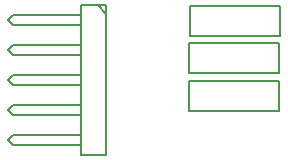
<source format=gto>
G04*
G04 #@! TF.GenerationSoftware,Altium Limited,Altium Designer,19.1.5 (86)*
G04*
G04 Layer_Color=65535*
%FSLAX25Y25*%
%MOIN*%
G70*
G01*
G75*
%ADD10C,0.00787*%
D10*
X409449Y451535D02*
Y461535D01*
X439449D01*
Y451535D02*
Y461535D01*
X409449Y451535D02*
X439449D01*
X378740Y461578D02*
X381634Y458684D01*
X350532Y425049D02*
X372802D01*
X381634Y411716D02*
Y461716D01*
X350532Y415049D02*
X372972D01*
X350427Y418382D02*
X372972D01*
X350532Y428382D02*
X372972D01*
X350532Y435049D02*
X372972D01*
X350505Y438382D02*
X372972D01*
X350532Y445049D02*
X372972D01*
X350532Y448382D02*
X372972D01*
X350532Y455049D02*
X372972D01*
X350532Y458382D02*
X372972D01*
Y411716D02*
X381634D01*
X372972D02*
Y461716D01*
X381634D01*
X348878Y456715D02*
X350545Y455049D01*
X348865Y456703D02*
X350532Y458369D01*
X348865Y446702D02*
X350532Y448369D01*
X348865Y446689D02*
X350532Y445023D01*
X348858Y436735D02*
X350532Y435062D01*
X348865Y426729D02*
X350532Y425062D01*
X348819Y416775D02*
X350532Y415062D01*
X348858Y436735D02*
X350505Y438382D01*
X348865Y426702D02*
X350532Y428369D01*
X348819Y416775D02*
X350427Y418382D01*
X409291Y439038D02*
Y449038D01*
X439291D01*
Y439038D02*
Y449038D01*
X409291Y439038D02*
X439291D01*
X409291Y426541D02*
Y436541D01*
X439291D01*
Y426541D02*
Y436541D01*
X409291Y426541D02*
X439291D01*
M02*

</source>
